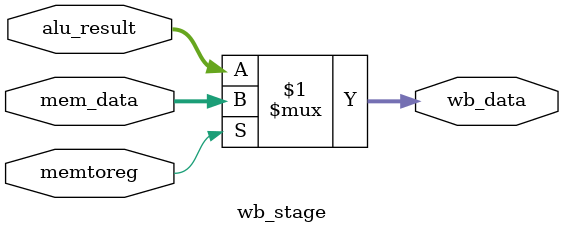
<source format=v>
module wb_stage (
    input [31:0] alu_result,
    input [31:0] mem_data,
    input memtoreg,
    output [31:0] wb_data
);
    // Nếu memtoreg=1 → ghi dữ liệu từ RAM; ngược lại → từ ALU
    assign wb_data = memtoreg ? mem_data : alu_result;
endmodule
</source>
